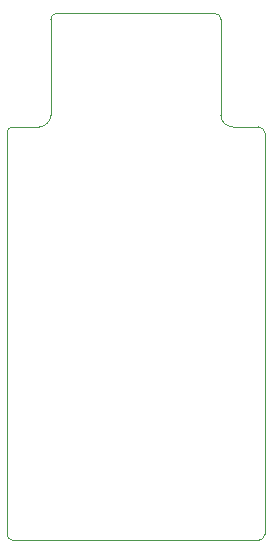
<source format=gbr>
%TF.GenerationSoftware,KiCad,Pcbnew,8.0.4*%
%TF.CreationDate,2024-08-26T12:07:15-05:00*%
%TF.ProjectId,iCEGenius,69434547-656e-4697-9573-2e6b69636164,rev?*%
%TF.SameCoordinates,Original*%
%TF.FileFunction,Profile,NP*%
%FSLAX46Y46*%
G04 Gerber Fmt 4.6, Leading zero omitted, Abs format (unit mm)*
G04 Created by KiCad (PCBNEW 8.0.4) date 2024-08-26 12:07:15*
%MOMM*%
%LPD*%
G01*
G04 APERTURE LIST*
%TA.AperFunction,Profile*%
%ADD10C,0.100000*%
%TD*%
G04 APERTURE END LIST*
D10*
X145600001Y-121599999D02*
G75*
G02*
X145100000Y-121099998I0J500001D01*
G01*
X145100000Y-87100000D02*
X145100000Y-121099998D01*
X145100000Y-87100000D02*
G75*
G02*
X145600001Y-86599999I500001J0D01*
G01*
X147800001Y-86599999D02*
X145600001Y-86599999D01*
X148800000Y-85600000D02*
G75*
G02*
X147800001Y-86599999I-999999J0D01*
G01*
X148800000Y-77500000D02*
X148800000Y-85600000D01*
X148800000Y-77500000D02*
G75*
G02*
X149300001Y-76999999I500001J0D01*
G01*
X162700000Y-76999999D02*
X149300001Y-76999999D01*
X162700000Y-76999999D02*
G75*
G02*
X163200000Y-77499999I0J-500000D01*
G01*
X163200000Y-85599999D02*
X163200000Y-77499999D01*
X164200000Y-86599999D02*
G75*
G02*
X163200000Y-85599999I0J1000000D01*
G01*
X166400000Y-86599999D02*
X164200000Y-86599999D01*
X166400000Y-86599999D02*
G75*
G02*
X166900000Y-87099999I0J-500000D01*
G01*
X166900000Y-121099999D02*
X166900000Y-87099999D01*
X166900000Y-121099999D02*
G75*
G02*
X166400000Y-121599999I-500000J0D01*
G01*
X145600001Y-121599999D02*
X166400000Y-121599999D01*
M02*

</source>
